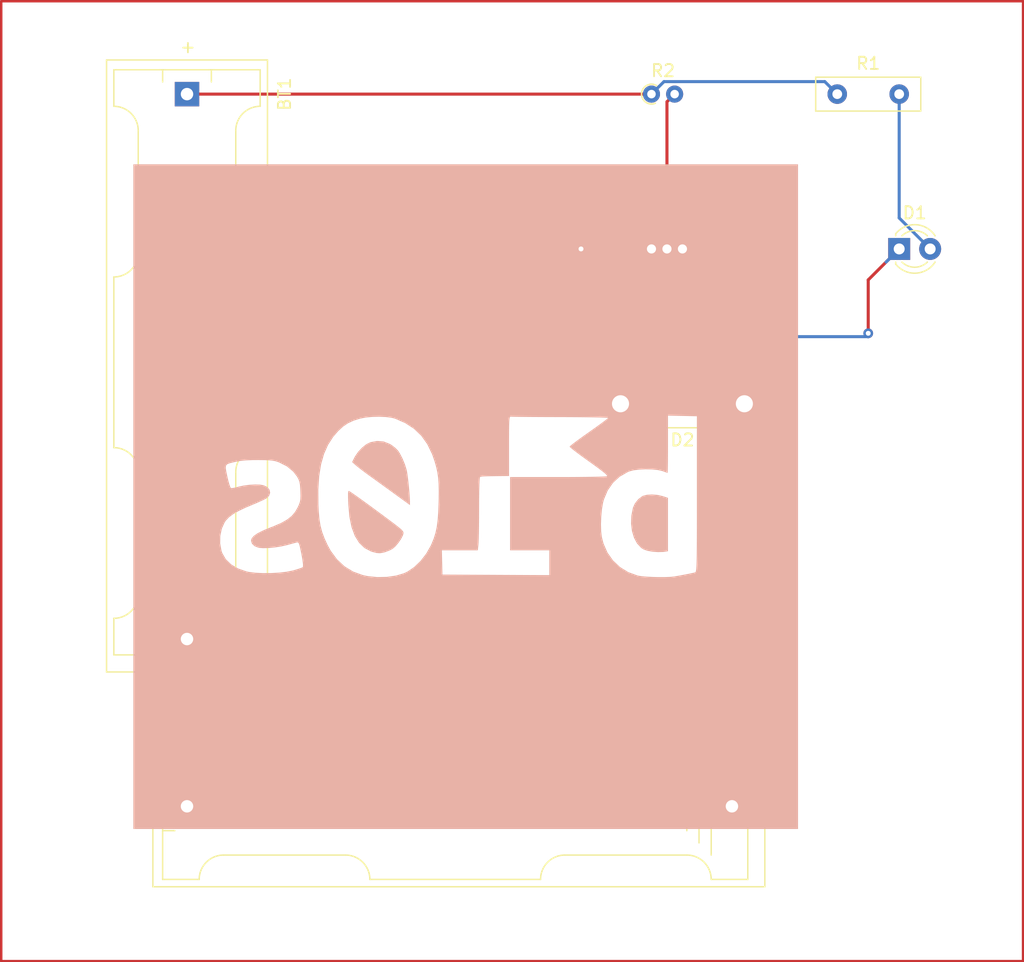
<source format=kicad_pcb>
(kicad_pcb (version 20211014) (generator pcbnew)
  (layers (0 "F.Cu" signal) (31 "B.Cu" signal) (34 "B.Paste" user) (35 "F.Paste" user) (36 "B.SilkS" user "B.Silkscreen") (37 "F.SilkS" user "F.Silkscreen") (38 "B.Mask" user) (39 "F.Mask" user) (44 "Edge.Cuts" user))
  (net 0 "")
  (net 1 "Net-(BT1-Pad1)")
  (net 2 "Net-(BT1-Pad2)")
  (net 3 "Net-(BT2-Pad2)")
  (net 4 "Net-(D1-Pad1)")
  (net 5 "Net-(D1-Pad2)")
  (net 6 "Net-(D2-Pad2)")
  (footprint "LED_THT:LED_D3.0mm" (layer "F.Cu") (at 180.34 66.04)
    (fp_text reference "D1" (at 1.27 -2.96) (layer "F.SilkS"))
    (fp_text value "LED")
    (fp_line (start -0.29 -1.236) (end -0.29 -1.08) (layer "F.SilkS") (width 0.12))
    (fp_line (start -0.29 1.08) (end -0.29 1.236) (layer "F.SilkS") (width 0.12))
    (fp_arc (start 2.31113 1.079837) (mid 1.270117 1.5) (end 0.229039 1.08) (layer "F.SilkS") (width 0.12))
    (fp_arc (start -0.29 -1.235516) (mid 1.366487 -1.987659) (end 2.942335 -1.078608) (layer "F.SilkS") (width 0.12))
    (fp_arc (start 2.942335 1.078608) (mid 1.366487 1.987659) (end -0.29 1.235516) (layer "F.SilkS") (width 0.12))
    (fp_arc (start 0.229039 -1.08) (mid 1.270117 -1.5) (end 2.31113 -1.079837) (layer "F.SilkS") (width 0.12))
    (pad "1" thru_hole rect (at 0 0) (size 1.8 1.8) (drill 0.9) (layers *.Cu *.Mask) (net 4 "Net-(D1-Pad1)"))
    (pad "2" thru_hole circle (at 2.54 0) (size 1.8 1.8) (drill 0.9) (layers *.Cu *.Mask) (net 5 "Net-(D1-Pad2)"))
  )
  (footprint "Resistor_THT:R_Axial_DIN0204_L3.6mm_D1.6mm_P1.90mm_Vertical" (layer "F.Cu") (at 160.02 53.34)
    (fp_text reference "R2" (at 0.95 -1.92) (layer "F.SilkS"))
    (fp_text value "1k")
    (fp_arc (start 0.320095 0.749359) (mid -0.813042 -0.054435) (end 0.417133 -0.7) (layer "F.SilkS") (width 0.12))
    (pad "1" thru_hole circle (at 0 0) (size 1.4 1.4) (drill 0.7) (layers *.Cu *.Mask) (net 1 "Net-(BT1-Pad1)"))
    (pad "2" thru_hole oval (at 1.9 0) (size 1.4 1.4) (drill 0.7) (layers *.Cu *.Mask) (net 6 "Net-(D2-Pad2)"))
  )
  (footprint "Battery:BatteryHolder_Keystone_2466_1xAAA" (layer "F.Cu") (at 121.92 53.34 -90)
    (fp_text reference "BT1" (at 0 -8 90) (layer "F.SilkS"))
    (fp_text value "4.5V")
    (fp_text user "-" (at 48.26 0 90) (layer "F.SilkS"))
    (fp_text user "+" (at -3.81 0 90) (layer "F.SilkS"))
    (fp_line (start 3 4) (end 13 4) (layer "F.SilkS") (width 0.12))
    (fp_line (start 41 4) (end 31 4) (layer "F.SilkS") (width 0.12))
    (fp_line (start 3 -4) (end 13 -4) (layer "F.SilkS") (width 0.12))
    (fp_line (start -1 2) (end -2 2) (layer "F.SilkS") (width 0.12))
    (fp_line (start 41 -2) (end 41 2) (layer "F.SilkS") (width 0.12))
    (fp_line (start 15 6) (end 29 6) (layer "F.SilkS") (width 0.12))
    (fp_line (start 47.4 6.6) (end 47.4 -6.6) (layer "F.SilkS") (width 0.12))
    (fp_line (start -2.8 6.6) (end 47.4 6.6) (layer "F.SilkS") (width 0.12))
    (fp_line (start 42 3) (end 42 -3) (layer "F.SilkS") (width 0.12))
    (fp_line (start 41 -4) (end 31 -4) (layer "F.SilkS") (width 0.12))
    (fp_line (start 46 -6) (end 46 6) (layer "F.SilkS") (width 0.12))
    (fp_line (start -2.8 -6.6) (end -2.8 6.6) (layer "F.SilkS") (width 0.12))
    (fp_line (start 43 -4) (end 43 4) (layer "F.SilkS") (width 0.12))
    (fp_line (start -2 6) (end 1 6) (layer "F.SilkS") (width 0.12))
    (fp_line (start -2 -2) (end -1 -2) (layer "F.SilkS") (width 0.12))
    (fp_line (start 46 -6) (end 43 -6) (layer "F.SilkS") (width 0.12))
    (fp_line (start 40 -1) (end 40 1) (layer "F.SilkS") (width 0.12))
    (fp_line (start 29 -6) (end 15 -6) (layer "F.SilkS") (width 0.12))
    (fp_line (start 47.4 -6.6) (end -2.8 -6.6) (layer "F.SilkS") (width 0.12))
    (fp_line (start 46 6) (end 43 6) (layer "F.SilkS") (width 0.12))
    (fp_line (start -2 -6) (end 1 -6) (layer "F.SilkS") (width 0.12))
    (fp_line (start -2 -6) (end -2 6) (layer "F.SilkS") (width 0.12))
    (fp_arc (start 13 4) (mid 14.414214 4.585786) (end 15 6) (layer "F.SilkS") (width 0.12))
    (fp_arc (start 31 -4) (mid 29.585786 -4.585786) (end 29 -6) (layer "F.SilkS") (width 0.12))
    (fp_arc (start 1 6) (mid 1.585786 4.585786) (end 3 4) (layer "F.SilkS") (width 0.12))
    (fp_arc (start 41 4) (mid 42.414214 4.585786) (end 43 6) (layer "F.SilkS") (width 0.12))
    (fp_arc (start 15 -6) (mid 14.414214 -4.585786) (end 13 -4) (layer "F.SilkS") (width 0.12))
    (fp_arc (start 43 -6) (mid 42.414214 -4.585786) (end 41 -4) (layer "F.SilkS") (width 0.12))
    (fp_arc (start 29 6) (mid 29.585786 4.585786) (end 31 4) (layer "F.SilkS") (width 0.12))
    (fp_arc (start 3 -4) (mid 1.585786 -4.585786) (end 1 -6) (layer "F.SilkS") (width 0.12))
    (pad "1" thru_hole rect (at 0 0 270) (size 2 2) (drill 1.02) (layers *.Cu *.Mask) (net 1 "Net-(BT1-Pad1)"))
    (pad "2" thru_hole circle (at 44.7 0 270) (size 2 2) (drill 1.02) (layers *.Cu *.Mask) (net 2 "Net-(BT1-Pad2)"))
  )
  (footprint "Package_TO_SOT_THT:TO-92_Inline" (layer "F.Cu") (at 160.02 66.04)
    (fp_text reference "Q1" (at 1.27 -3.56) (layer "F.SilkS"))
    (fp_text value "BC547")
    (fp_line (start -0.53 1.85) (end 3.07 1.85) (layer "F.SilkS") (width 0.12))
    (fp_arc (start 1.27 -2.6) (mid 3.672087 -0.994977) (end 3.108478 1.838478) (layer "F.SilkS") (width 0.12))
    (fp_arc (start -0.568478 1.838478) (mid -1.132087 -0.994977) (end 1.27 -2.6) (layer "F.SilkS") (width 0.12))
    (pad "1" thru_hole rect (at 0 0) (size 1.05 1.5) (drill 0.75) (layers *.Cu *.Mask) (net 4 "Net-(D1-Pad1)"))
    (pad "2" thru_hole oval (at 1.27 0) (size 1.05 1.5) (drill 0.75) (layers *.Cu *.Mask) (net 6 "Net-(D2-Pad2)"))
    (pad "3" thru_hole oval (at 2.54 0) (size 1.05 1.5) (drill 0.75) (layers *.Cu *.Mask) (net 3 "Net-(BT2-Pad2)"))
  )
  (footprint "Resistor_THT:R_Box_L8.4mm_W2.5mm_P5.08mm" (layer "F.Cu") (at 175.26 53.34)
    (fp_text reference "R1" (at 2.54 -2.52) (layer "F.SilkS"))
    (fp_text value "220")
    (fp_line (start -1.77 -1.39) (end -1.77 1.39) (layer "F.SilkS") (width 0.12))
    (fp_line (start 6.85 -1.39) (end 6.85 1.39) (layer "F.SilkS") (width 0.12))
    (fp_line (start -1.77 -1.39) (end 6.85 -1.39) (layer "F.SilkS") (width 0.12))
    (fp_line (start -1.77 1.39) (end 6.85 1.39) (layer "F.SilkS") (width 0.12))
    (pad "1" thru_hole circle (at 0 0) (size 1.6 1.6) (drill 0.8) (layers *.Cu *.Mask) (net 1 "Net-(BT1-Pad1)"))
    (pad "2" thru_hole circle (at 5.08 0) (size 1.6 1.6) (drill 0.8) (layers *.Cu *.Mask) (net 5 "Net-(D1-Pad2)"))
  )
  (footprint "Battery:BatteryHolder_Keystone_2466_1xAAA" (layer "F.Cu") (at 121.92 111.76)
    (fp_text reference "BT2" (at 0 -8 180) (layer "F.SilkS"))
    (fp_text value "4.5V")
    (fp_text user "-" (at 48.26 0) (layer "F.SilkS"))
    (fp_text user "+" (at -3.81 0) (layer "F.SilkS"))
    (fp_line (start 42 3) (end 42 -3) (layer "F.SilkS") (width 0.12))
    (fp_line (start 40 -1) (end 40 1) (layer "F.SilkS") (width 0.12))
    (fp_line (start 46 -6) (end 43 -6) (layer "F.SilkS") (width 0.12))
    (fp_line (start -1 2) (end -2 2) (layer "F.SilkS") (width 0.12))
    (fp_line (start 47.4 -6.6) (end -2.8 -6.6) (layer "F.SilkS") (width 0.12))
    (fp_line (start -2 -6) (end -2 6) (layer "F.SilkS") (width 0.12))
    (fp_line (start 47.4 6.6) (end 47.4 -6.6) (layer "F.SilkS") (width 0.12))
    (fp_line (start 46 -6) (end 46 6) (layer "F.SilkS") (width 0.12))
    (fp_line (start -2.8 -6.6) (end -2.8 6.6) (layer "F.SilkS") (width 0.12))
    (fp_line (start -2 -6) (end 1 -6) (layer "F.SilkS") (width 0.12))
    (fp_line (start 29 -6) (end 15 -6) (layer "F.SilkS") (width 0.12))
    (fp_line (start 43 -4) (end 43 4) (layer "F.SilkS") (width 0.12))
    (fp_line (start 41 4) (end 31 4) (layer "F.SilkS") (width 0.12))
    (fp_line (start 41 -2) (end 41 2) (layer "F.SilkS") (width 0.12))
    (fp_line (start -2.8 6.6) (end 47.4 6.6) (layer "F.SilkS") (width 0.12))
    (fp_line (start 3 4) (end 13 4) (layer "F.SilkS") (width 0.12))
    (fp_line (start 41 -4) (end 31 -4) (layer "F.SilkS") (width 0.12))
    (fp_line (start -2 6) (end 1 6) (layer "F.SilkS") (width 0.12))
    (fp_line (start 15 6) (end 29 6) (layer "F.SilkS") (width 0.12))
    (fp_line (start 46 6) (end 43 6) (layer "F.SilkS") (width 0.12))
    (fp_line (start -2 -2) (end -1 -2) (layer "F.SilkS") (width 0.12))
    (fp_line (start 3 -4) (end 13 -4) (layer "F.SilkS") (width 0.12))
    (fp_arc (start 41 4) (mid 42.414214 4.585786) (end 43 6) (layer "F.SilkS") (width 0.12))
    (fp_arc (start 15 -6) (mid 14.414214 -4.585786) (end 13 -4) (layer "F.SilkS") (width 0.12))
    (fp_arc (start 3 -4) (mid 1.585786 -4.585786) (end 1 -6) (layer "F.SilkS") (width 0.12))
    (fp_arc (start 43 -6) (mid 42.414214 -4.585786) (end 41 -4) (layer "F.SilkS") (width 0.12))
    (fp_arc (start 31 -4) (mid 29.585786 -4.585786) (end 29 -6) (layer "F.SilkS") (width 0.12))
    (fp_arc (start 29 6) (mid 29.585786 4.585786) (end 31 4) (layer "F.SilkS") (width 0.12))
    (fp_arc (start 13 4) (mid 14.414214 4.585786) (end 15 6) (layer "F.SilkS") (width 0.12))
    (fp_arc (start 1 6) (mid 1.585786 4.585786) (end 3 4) (layer "F.SilkS") (width 0.12))
    (pad "1" thru_hole rect (at 0 0) (size 2 2) (drill 1.02) (layers *.Cu *.Mask) (net 2 "Net-(BT1-Pad2)"))
    (pad "2" thru_hole circle (at 44.7 0) (size 2 2) (drill 1.02) (layers *.Cu *.Mask) (net 3 "Net-(BT2-Pad2)"))
  )
  (footprint "Diode_THT:D_5W_P10.16mm_Horizontal" (layer "F.Cu") (at 167.64 78.74 180)
    (fp_text reference "D2" (at 5.08 -2.97) (layer "F.SilkS"))
    (fp_text value "1N4148")
    (fp_text user "K" (at 0 -2.4) (layer "F.SilkS"))
    (fp_line (start 0.51 -1.97) (end 9.65 -1.97) (layer "F.SilkS") (width 0.12))
    (fp_line (start 1.965 -1.97) (end 1.965 1.97) (layer "F.SilkS") (width 0.12))
    (fp_line (start 0.51 1.64) (end 0.51 1.97) (layer "F.SilkS") (width 0.12))
    (fp_line (start 9.65 1.97) (end 9.65 1.64) (layer "F.SilkS") (width 0.12))
    (fp_line (start 9.65 -1.97) (end 9.65 -1.64) (layer "F.SilkS") (width 0.12))
    (fp_line (start 2.085 -1.97) (end 2.085 1.97) (layer "F.SilkS") (width 0.12))
    (fp_line (start 0.51 1.97) (end 9.65 1.97) (layer "F.SilkS") (width 0.12))
    (fp_line (start 0.51 -1.64) (end 0.51 -1.97) (layer "F.SilkS") (width 0.12))
    (fp_line (start 1.845 -1.97) (end 1.845 1.97) (layer "F.SilkS") (width 0.12))
    (pad "1" thru_hole rect (at 0 0 180) (size 2.8 2.8) (drill 1.4) (layers *.Cu *.Mask) (net 3 "Net-(BT2-Pad2)"))
    (pad "2" thru_hole oval (at 10.16 0 180) (size 2.8 2.8) (drill 1.4) (layers *.Cu *.Mask) (net 6 "Net-(D2-Pad2)"))
  )
  (footprint "logo:logo2" (layer "B.Cu") (at 144.78 86.36 180)
    (fp_text reference "G***" (at 0 0) (layer "B.SilkS") (effects (font (size 0.1524 0.1524) (thickness 0.0381)) (justify mirror)))
    (fp_text value "LOGO" hide)
    (fp_poly (pts (xy 9.635931 0.4061) (xy 9.650326 0.250488) (xy 9.650675 -0.019588) (xy 9.638416 -0.42668) (xy 9.629889 -0.643085) (xy 9.541691 -1.646238) (xy 9.365278 -2.504889) (xy 9.100621 -3.219091) (xy 8.747693 -3.788898) (xy 8.306467 -4.214364) (xy 7.776917 -4.495543) (xy 7.652695 -4.536804) (xy 7.303957 -4.624899) (xy 7.023437 -4.641722) (xy 6.72582 -4.587419) (xy 6.559893 -4.538661) (xy 6.277487 -4.430418) (xy 6.022631 -4.301967) (xy 5.988514 -4.280667) (xy 5.761385 -4.083083) (xy 5.519307 -3.797972) (xy 5.302752 -3.481544) (xy 5.152194 -3.190007) (xy 5.11297 -3.064682) (xy 5.101332 -2.981082) (xy 5.112984 -2.901805) (xy 5.163439 -2.81247) (xy 5.268212 -2.698698) (xy 5.442817 -2.546108) (xy 5.702769 -2.34032) (xy 6.063581 -2.066953) (xy 6.540768 -1.711627) (xy 6.700679 -1.593021) (xy 7.448686 -1.040326) (xy 8.099053 -0.563785) (xy 8.644224 -0.168834) (xy 9.07664 0.139086) (xy 9.388746 0.354538) (xy 9.559249 0.464136) (xy 9.606052 0.469799)) (layer "B.SilkS") (width 0) (fill solid))
    (fp_poly (pts (xy 7.821844 4.46851) (xy 8.14657 4.30846) (xy 8.493411 4.033694) (xy 8.819086 3.685694) (xy 9.080315 3.30594) (xy 9.127295 3.217333) (xy 9.316888 2.836333) (xy 9.035039 2.582333) (xy 8.851903 2.430032) (xy 8.57088 2.21132) (xy 8.232549 1.957254) (xy 7.928785 1.735666) (xy 7.489894 1.419596) (xy 6.991459 1.059791) (xy 6.510844 0.712129) (xy 6.28269 0.546741) (xy 5.906889 0.274168) (xy 5.530904 0.001676) (xy 5.204193 -0.2349) (xy 5.0165 -0.370637) (xy 4.572 -0.691755) (xy 4.572724 -0.409378) (xy 4.583792 -0.098008) (xy 4.612508 0.31364) (xy 4.654033 0.778547) (xy 4.703527 1.249695) (xy 4.756151 1.680064) (xy 4.807064 2.022636) (xy 4.840274 2.189868) (xy 4.983375 2.651918) (xy 5.180164 3.129099) (xy 5.400534 3.554066) (xy 5.553765 3.78581) (xy 5.751663 3.988429) (xy 6.026875 4.203561) (xy 6.207153 4.318531) (xy 6.721087 4.525079) (xy 7.268816 4.570473)) (layer "B.SilkS") (width 0) (fill solid))
    (fp_poly (pts (xy -14.865113 0.155335) (xy -14.532611 0.068911) (xy -14.493276 0.050233) (xy -14.151943 -0.206359) (xy -13.871093 -0.566207) (xy -13.717063 -0.912796) (xy -13.58766 -1.563709) (xy -13.5637 -2.209419) (xy -13.638233 -2.822842) (xy -13.80431 -3.376894) (xy -14.054982 -3.844493) (xy -14.383299 -4.198553) (xy -14.595313 -4.335521) (xy -14.90372 -4.441899) (xy -15.315834 -4.51538) (xy -15.768098 -4.549462) (xy -16.196958 -4.537643) (xy -16.361833 -4.516232) (xy -16.594666 -4.476086) (xy -16.594666 -0.098276) (xy -16.156365 0.047305) (xy -15.736797 0.144426) (xy -15.286444 0.180471)) (layer "B.SilkS") (width 0) (fill solid))
    (fp_poly (pts (xy 27.262667 -27.262667) (xy -27.262666 -27.262667) (xy -27.262666 0.212909) (xy -18.965333 0.212909) (xy -18.965158 -0.980328) (xy -18.96446 -2.015505) (xy -18.962978 -2.903893) (xy -18.960452 -3.656767) (xy -18.956624 -4.285398) (xy -18.951232 -4.80106) (xy -18.944018 -5.215024) (xy -18.93472 -5.538564) (xy -18.92308 -5.782952) (xy -18.908837 -5.959461) (xy -18.891731 -6.079364) (xy -18.871503 -6.153933) (xy -18.847892 -6.19444) (xy -18.820639 -6.21216) (xy -18.817166 -6.213274) (xy -18.669045 -6.248349) (xy -18.402315 -6.304077) (xy -18.065018 -6.371092) (xy -17.705198 -6.440033) (xy -17.370896 -6.501535) (xy -17.110157 -6.546235) (xy -17.102666 -6.547425) (xy -16.774576 -6.579859) (xy -16.337895 -6.596061) (xy -15.838328 -6.597203) (xy -15.32158 -6.584459) (xy -14.833354 -6.559) (xy -14.419354 -6.521997) (xy -14.125284 -6.474624) (xy -14.109221 -6.470656) (xy -13.339285 -6.190082) (xy -12.661511 -5.773519) (xy -12.088458 -5.234435) (xy -11.632684 -4.586297) (xy -11.306748 -3.842571) (xy -11.171694 -3.320618) (xy -11.114585 -2.846112) (xy -11.098569 -2.270535) (xy -11.120529 -1.651739) (xy -11.17735 -1.047578) (xy -11.265917 -0.515902) (xy -11.337529 -0.241306) (xy -11.653242 0.505403) (xy -12.087457 1.132321) (xy -12.638128 1.637174) (xy -13.303211 2.017689) (xy -13.411702 2.063492) (xy -13.761853 2.15811) (xy -14.22412 2.218135) (xy -14.744757 2.243088) (xy -15.270019 2.232489) (xy -15.746161 2.185861) (xy -16.119436 2.102723) (xy -16.160811 2.087997) (xy -16.385948 2.004859) (xy -16.534557 1.954373) (xy -16.562978 1.947333) (xy -16.571214 2.028413) (xy -16.578643 2.257308) (xy -16.584977 2.6125) (xy -16.589927 3.072471) (xy -16.593203 3.615704) (xy -16.594517 4.22068) (xy -16.594529 4.296833) (xy -16.594403 6.455833) (xy -11.68114 6.455833) (xy -11.613923 6.391138) (xy -11.427076 6.244648) (xy -11.140241 6.030882) (xy -10.773063 5.764362) (xy -10.345185 5.459606) (xy -10.102049 5.28862) (xy -9.649799 4.968606) (xy -9.24793 4.677848) (xy -8.916129 4.43112) (xy -8.674086 4.243196) (xy -8.541488 4.128847) (xy -8.522321 4.103287) (xy -8.587101 4.031328) (xy -8.769766 3.878476) (xy -9.049449 3.660905) (xy -9.405283 3.394785) (xy -9.816402 3.09629) (xy -9.883963 3.048) (xy -10.428545 2.657858) (xy -10.848633 2.352226) (xy -11.159019 2.11931) (xy -11.374491 1.94732) (xy -11.509839 1.82446) (xy -11.579853 1.738939) (xy -11.599333 1.680211) (xy -11.517423 1.665779) (xy -11.282714 1.652321) (xy -10.911742 1.640134) (xy -10.42104 1.629515) (xy -9.827141 1.620762) (xy -9.14658 1.614171) (xy -8.395891 1.610041) (xy -7.62 1.608666) (xy -3.640666 1.608666) (xy -3.640666 -4.402667) (xy -6.858 -4.402667) (xy -6.858 -6.436191) (xy -2.4765 -6.414262) (xy 1.905 -6.392334) (xy 1.928854 -5.3975) (xy 1.952707 -4.402667) (xy -0.992413 -4.402667) (xy -1.045804 -3.958167) (xy -1.059403 -3.760729) (xy -1.071776 -3.419615) (xy -1.082458 -2.960482) (xy -1.09099 -2.408984) (xy -1.096908 -1.790778) (xy -1.099751 -1.13152) (xy -1.099931 -0.9525) (xy -1.102932 -0.154512) (xy -1.110976 0.477978) (xy 2.21025 0.477978) (xy 2.217282 -0.217083) (xy 2.223945 -0.497622) (xy 2.254115 -1.286664) (xy 2.303099 -1.940962) (xy 2.37717 -2.494638) (xy 2.482599 -2.981815) (xy 2.625658 -3.436617) (xy 2.81262 -3.893167) (xy 2.871677 -4.021667) (xy 3.239283 -4.67058) (xy 3.695596 -5.259463) (xy 4.210952 -5.757606) (xy 4.755687 -6.134303) (xy 5.048524 -6.275165) (xy 5.708988 -6.472213) (xy 6.461355 -6.579988) (xy 7.252118 -6.595992) (xy 8.02777 -6.517724) (xy 8.430403 -6.433114) (xy 9.22493 -6.145827) (xy 9.932805 -5.714224) (xy 10.116833 -5.543521) (xy 13.346582 -5.543521) (xy 13.348705 -5.741054) (xy 13.36498 -5.778847) (xy 13.479469 -5.836005) (xy 13.716342 -5.919449) (xy 14.033558 -6.014984) (xy 14.195534 -6.059256) (xy 14.702121 -6.160195) (xy 15.309989 -6.229671) (xy 15.970385 -6.266755) (xy 16.634555 -6.270522) (xy 17.253743 -6.240042) (xy 17.779197 -6.174389) (xy 17.979446 -6.131238) (xy 18.671186 -5.88872) (xy 19.238485 -5.553321) (xy 19.672093 -5.132621) (xy 19.96276 -4.6342) (xy 20.025574 -4.454498) (xy 20.137083 -3.845329) (xy 20.127439 -3.221641) (xy 20.003097 -2.62901) (xy 19.770514 -2.11301) (xy 19.673757 -1.970821) (xy 19.420033 -1.697725) (xy 19.069984 -1.433893) (xy 18.603526 -1.167058) (xy 18.000571 -0.884953) (xy 17.664185 -0.743546) (xy 17.251826 -0.570831) (xy 16.873427 -0.404842) (xy 16.569143 -0.263685) (xy 16.37913 -0.165461) (xy 16.370646 -0.160355) (xy 16.128418 0.06239) (xy 16.03699 0.31722) (xy 16.090619 0.571654) (xy 16.283563 0.793212) (xy 16.564336 0.935294) (xy 16.864472 0.988393) (xy 17.275342 0.999868) (xy 17.74441 0.972995) (xy 18.219138 0.911048) (xy 18.646988 0.817302) (xy 18.698656 0.802278) (xy 18.966794 0.733285) (xy 19.175739 0.700754) (xy 19.254145 0.705064) (xy 19.312354 0.799278) (xy 19.391044 1.024182) (xy 19.479066 1.344114) (xy 19.550542 1.653082) (xy 19.639892 2.072215) (xy 19.683467 2.357355) (xy 19.662816 2.541624) (xy 19.559487 2.658142) (xy 19.355029 2.740032) (xy 19.030991 2.820414) (xy 18.880667 2.855561) (xy 18.491901 2.929063) (xy 18.044339 2.975423) (xy 17.497769 2.997774) (xy 17.018 3.000751) (xy 16.511303 2.995577) (xy 16.135551 2.981798) (xy 15.852409 2.955001) (xy 15.623541 2.910777) (xy 15.410611 2.844713) (xy 15.300765 2.803145) (xy 14.658167 2.474608) (xy 14.146501 2.048647) (xy 13.848342 1.660421) (xy 13.724526 1.441384) (xy 13.645448 1.235451) (xy 13.598397 0.989488) (xy 13.570666 0.650365) (xy 13.561443 0.460985) (xy 13.548944 0.074513) (xy 13.558063 -0.200606) (xy 13.598194 -0.421913) (xy 13.678729 -0.646946) (xy 13.778391 -0.867958) (xy 13.998845 -1.255219) (xy 14.281856 -1.585863) (xy 14.651793 -1.878039) (xy 15.133025 -2.149892) (xy 15.749921 -2.41957) (xy 15.982593 -2.509363) (xy 16.609437 -2.764935) (xy 17.077092 -3.001522) (xy 17.393902 -3.22478) (xy 17.56821 -3.440367) (xy 17.610667 -3.613092) (xy 17.531904 -3.862562) (xy 17.317586 -4.065346) (xy 17.000669 -4.191421) (xy 16.968789 -4.197877) (xy 16.618447 -4.227241) (xy 16.158169 -4.214478) (xy 15.640641 -4.164657) (xy 15.118549 -4.082846) (xy 14.645339 -3.974328) (xy 14.317862 -3.883857) (xy 14.036956 -3.807563) (xy 13.857039 -3.760204) (xy 13.843 -3.756721) (xy 13.768453 -3.752663) (xy 13.7087 -3.799536) (xy 13.653692 -3.923485) (xy 13.593377 -4.150652) (xy 13.517706 -4.507185) (xy 13.478113 -4.705918) (xy 13.390017 -5.19564) (xy 13.346582 -5.543521) (xy 10.116833 -5.543521) (xy 10.549779 -5.141922) (xy 11.0716 -4.432539) (xy 11.32307 -3.97185) (xy 11.579188 -3.411753) (xy 11.770088 -2.897645) (xy 11.906109 -2.383977) (xy 11.997589 -1.825203) (xy 12.054866 -1.175772) (xy 12.080427 -0.635) (xy 12.088252 0.593087) (xy 12.016278 1.682586) (xy 11.861127 2.646011) (xy 11.619425 3.495881) (xy 11.287794 4.244712) (xy 10.862861 4.905021) (xy 10.460759 5.370474) (xy 10.05193 5.748169) (xy 9.640277 6.027492) (xy 9.168698 6.240844) (xy 8.636 6.40587) (xy 8.184025 6.49257) (xy 7.650802 6.542243) (xy 7.087934 6.555031) (xy 6.547029 6.531076) (xy 6.079692 6.47052) (xy 5.799667 6.398051) (xy 4.955917 6.028027) (xy 4.239749 5.560968) (xy 3.640587 4.985429) (xy 3.147856 4.289964) (xy 2.750982 3.463126) (xy 2.548169 2.878666) (xy 2.419285 2.421468) (xy 2.324518 1.988902) (xy 2.260401 1.544867) (xy 2.223467 1.05326) (xy 2.21025 0.477978) (xy -1.110976 0.477978) (xy -1.111302 0.503634) (xy -1.12483 1.01567) (xy -1.14331 1.375323) (xy -1.166532 1.576323) (xy -1.185333 1.61925) (xy -1.348491 1.649482) (xy -1.354666 1.651) (xy -1.467717 1.659892) (xy -1.714529 1.668755) (xy -2.059533 1.676599) (xy -2.46716 1.682436) (xy -2.497666 1.68275) (xy -3.556 1.693333) (xy -3.556 4.141175) (xy -3.556573 4.849627) (xy -3.559018 5.406545) (xy -3.564425 5.829728) (xy -3.573884 6.136971) (xy -3.588484 6.346074) (xy -3.609317 6.474834) (xy -3.637472 6.541048) (xy -3.674038 6.562515) (xy -3.704166 6.560653) (xy -3.816984 6.554726) (xy -4.081615 6.548942) (xy -4.480543 6.543451) (xy -4.996247 6.538403) (xy -5.611209 6.533947) (xy -6.30791 6.530236) (xy -7.068831 6.527417) (xy -7.768166 6.525811) (xy -8.564134 6.523167) (xy -9.305704 6.518136) (xy -9.976223 6.511019) (xy -10.559041 6.502111) (xy -11.037507 6.491711) (xy -11.394968 6.480117) (xy -11.614774 6.467627) (xy -11.68114 6.455833) (xy -16.594403 6.455833) (xy -16.594392 6.646333) (xy -17.779863 6.620704) (xy -18.965333 6.595074) (xy -18.965333 0.212909) (xy -27.262666 0.212909) (xy -27.262666 27.262666) (xy 27.262667 27.262666)) (layer "B.SilkS") (width 0) (fill solid))
  )
  (gr_line (start 106.68 45.72) (end 106.68 124.46) (layer "F.Cu") (width 0.2))
  (gr_line (start 190.5 45.72) (end 106.68 45.72) (layer "F.Cu") (width 0.2))
  (gr_line (start 106.68 124.46) (end 190.5 124.46) (layer "F.Cu") (width 0.2))
  (gr_line (start 190.5 124.46) (end 190.5 45.72) (layer "F.Cu") (width 0.2))
  (segment (start 160.02 53.34) (end 121.92 53.34) (width 0.25) (layer "F.Cu") (net 1))
  (segment (start 174.235 52.315) (end 161.045 52.315) (width 0.25) (layer "B.Cu") (net 1))
  (segment (start 175.26 53.34) (end 174.235 52.315) (width 0.25) (layer "B.Cu") (net 1))
  (segment (start 161.045 52.315) (end 160.02 53.34) (width 0.25) (layer "B.Cu") (net 1))
  (segment (start 121.92 111.76) (end 121.92 98.04) (width 0.25) (layer "F.Cu") (net 2))
  (segment (start 162.56 73.66) (end 162.56 66.04) (width 0.25) (layer "F.Cu") (net 3))
  (segment (start 167.64 78.74) (end 162.56 73.66) (width 0.25) (layer "F.Cu") (net 3))
  (segment (start 166.62 79.76) (end 167.64 78.74) (width 0.25) (layer "F.Cu") (net 3))
  (segment (start 166.62 111.76) (end 166.62 79.76) (width 0.25) (layer "F.Cu") (net 3))
  (segment (start 160.02 66.04) (end 157.48 66.04) (width 0.25) (layer "F.Cu") (net 4))
  (segment (start 177.8 68.58) (end 180.34 66.04) (width 0.25) (layer "F.Cu") (net 4))
  (segment (start 157.48 66.04) (end 154.2405 66.04) (width 0.25) (layer "F.Cu") (net 4))
  (segment (start 177.8 72.9605) (end 177.8 68.58) (width 0.25) (layer "F.Cu") (net 4))
  (via (at 154.2405 66.04) (size 0.8) (drill 0.4) (layers "F.Cu" "B.Cu") (net 4))
  (via (at 177.8 72.9605) (size 0.8) (drill 0.4) (layers "F.Cu" "B.Cu") (net 4))
  (segment (start 177.8 73.235) (end 177.8 72.9605) (width 0.25) (layer "B.Cu") (net 4))
  (segment (start 160.02 66.04) (end 160.02 66.265) (width 0.25) (layer "B.Cu") (net 4))
  (segment (start 154.6655 65.615) (end 155.11604 65.615) (width 0.25) (layer "B.Cu") (net 4))
  (segment (start 179.265 67.115) (end 180.34 66.04) (width 0.25) (layer "B.Cu") (net 4))
  (segment (start 154.2405 66.04) (end 154.6655 65.615) (width 0.25) (layer "B.Cu") (net 4))
  (segment (start 162.73604 73.235) (end 177.8 73.235) (width 0.25) (layer "B.Cu") (net 4))
  (segment (start 155.11604 65.615) (end 162.73604 73.235) (width 0.25) (layer "B.Cu") (net 4))
  (segment (start 182.88 66.04) (end 180.34 63.5) (width 0.25) (layer "B.Cu") (net 5))
  (segment (start 180.34 63.5) (end 180.34 53.34) (width 0.25) (layer "B.Cu") (net 5))
  (segment (start 161.29 66.04) (end 161.29 53.97) (width 0.25) (layer "F.Cu") (net 6))
  (segment (start 161.29 53.97) (end 161.92 53.34) (width 0.25) (layer "F.Cu") (net 6))
  (segment (start 161.29 74.93) (end 161.29 66.04) (width 0.25) (layer "F.Cu") (net 6))
  (segment (start 157.48 78.74) (end 161.29 74.93) (width 0.25) (layer "F.Cu") (net 6))
)
</source>
